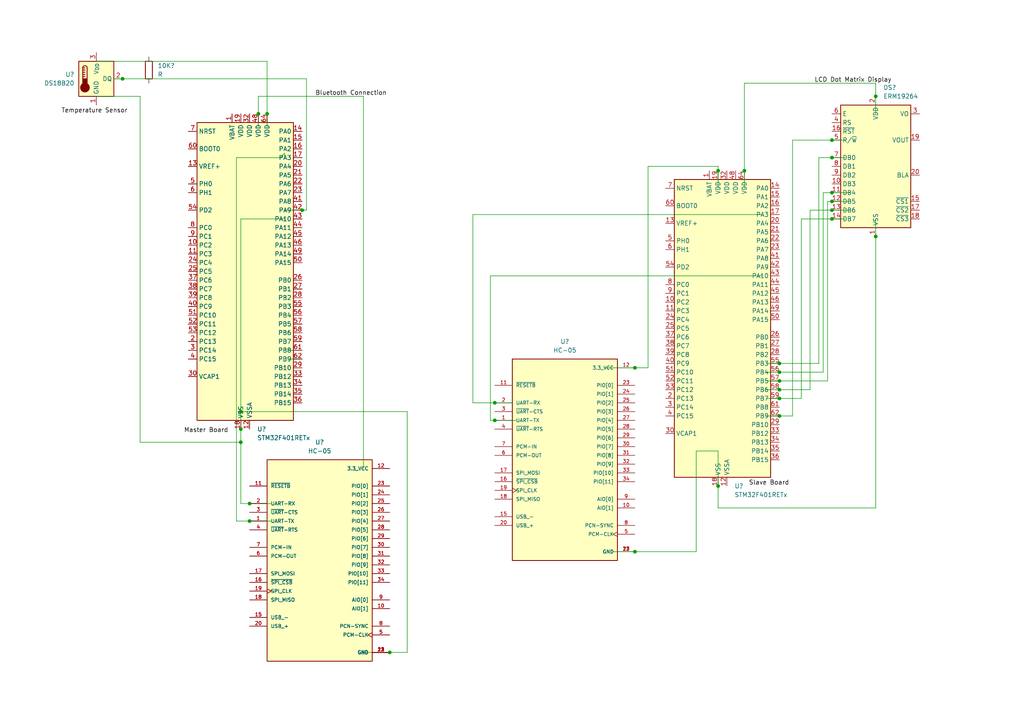
<source format=kicad_sch>
(kicad_sch (version 20231120) (generator "eeschema") (generator_version "8.0")
  (paper "A4")
  (lib_symbols
    (symbol "Device:R" (pin_numbers hide) (pin_names (offset 0))
      (property "Reference" "R" (at 2.032 0 90))
      (property "Value" "R" (at 0 0 90))
      (symbol "R_0_1"
        (rectangle (start -1.016 -2.54) (end 1.016 2.54) (stroke (width 0.254)))
      )
      (symbol "R_1_1"
        (pin passive line (at 0 3.81 270) (length 1.27) (name "~") (number "1"))
        (pin passive line (at 0 -3.81 90) (length 1.27) (name "~") (number "2"))
      )
    )
    (symbol "Display_Graphic:ERM19264"
      (property "Reference" "DS" (at -8.382 19.05 0))
      (property "Value" "ERM19264" (at 5.588 19.05 0))
      (symbol "ERM19264_0_0"
        (pin input line (at 12.7 -15.24 180) (length 2.54) (name "~{CS3}") (number "18"))
      )
      (symbol "ERM19264_0_1"
        (rectangle (start -10.16 17.78) (end 10.16 -17.78) (stroke (width 0.254)) (fill (type background)))
      )
      (symbol "ERM19264_1_1"
        (pin power_in line (at 0 -20.32 90) (length 2.54) (name "VSS") (number "1"))
        (pin bidirectional line (at -12.7 -5.08 0) (length 2.54) (name "DB3") (number "10"))
        (pin bidirectional line (at -12.7 -7.62 0) (length 2.54) (name "DB4") (number "11"))
        (pin bidirectional line (at -12.7 -10.16 0) (length 2.54) (name "DB5") (number "12"))
        (pin bidirectional line (at -12.7 -12.7 0) (length 2.54) (name "DB6") (number "13"))
        (pin bidirectional line (at -12.7 -15.24 0) (length 2.54) (name "DB7") (number "14"))
        (pin input line (at 12.7 -10.16 180) (length 2.54) (name "~{CS1}") (number "15"))
        (pin input line (at -12.7 10.16 0) (length 2.54) (name "~{RST}") (number "16"))
        (pin input line (at 12.7 -12.7 180) (length 2.54) (name "~{CS2}") (number "17"))
        (pin passive line (at 12.7 7.62 180) (length 2.54) (name "VOUT") (number "19"))
        (pin power_in line (at 0 20.32 270) (length 2.54) (name "VDD") (number "2"))
        (pin passive line (at 12.7 -2.54 180) (length 2.54) (name "BLA") (number "20"))
        (pin passive line (at 12.7 15.24 180) (length 2.54) (name "VO") (number "3"))
        (pin input line (at -12.7 12.7 0) (length 2.54) (name "RS") (number "4"))
        (pin input line (at -12.7 7.62 0) (length 2.54) (name "R/~{W}") (number "5"))
        (pin input line (at -12.7 15.24 0) (length 2.54) (name "E") (number "6"))
        (pin bidirectional line (at -12.7 2.54 0) (length 2.54) (name "DB0") (number "7"))
        (pin bidirectional line (at -12.7 0 0) (length 2.54) (name "DB1") (number "8"))
        (pin bidirectional line (at -12.7 -2.54 0) (length 2.54) (name "DB2") (number "9"))
      )
    )
    (symbol "HC-05:HC-05" (pin_names (offset 1.016))
      (property "Reference" "U" (at -15.24 31.115 0))
      (property "Value" "HC-05" (at -15.24 -30.48 0))
      (symbol "HC-05_0_0"
        (rectangle (start -15.24 -27.94) (end 15.24 30.48) (stroke (width 0.254)) (fill (type background)))
        (pin output line (at -20.32 12.7 0) (length 5.08) (name "UART-TX") (number "1"))
        (pin bidirectional line (at 20.32 -12.7 180) (length 5.08) (name "AIO[1]") (number "10"))
        (pin input line (at -20.32 22.86 0) (length 5.08) (name "~{RESETB}") (number "11"))
        (pin power_in line (at 20.32 27.94 180) (length 5.08) (name "3.3_VCC") (number "12"))
        (pin power_in line (at 20.32 -25.4 180) (length 5.08) (name "GND") (number "13"))
        (pin bidirectional line (at -20.32 -15.24 0) (length 5.08) (name "USB_-") (number "15"))
        (pin input line (at -20.32 -5.08 0) (length 5.08) (name "~{SPI_CSB}") (number "16"))
        (pin input line (at -20.32 -2.54 0) (length 5.08) (name "SPI_MOSI") (number "17"))
        (pin output line (at -20.32 -10.16 0) (length 5.08) (name "SPI_MISO") (number "18"))
        (pin input clock (at -20.32 -7.62 0) (length 5.08) (name "SPI_CLK") (number "19"))
        (pin input line (at -20.32 17.78 0) (length 5.08) (name "UART-RX") (number "2"))
        (pin bidirectional line (at -20.32 -17.78 0) (length 5.08) (name "USB_+") (number "20"))
        (pin power_in line (at 20.32 -25.4 180) (length 5.08) (name "GND") (number "21"))
        (pin power_in line (at 20.32 -25.4 180) (length 5.08) (name "GND") (number "22"))
        (pin bidirectional line (at 20.32 22.86 180) (length 5.08) (name "PIO[0]") (number "23"))
        (pin bidirectional line (at 20.32 20.32 180) (length 5.08) (name "PIO[1]") (number "24"))
        (pin bidirectional line (at 20.32 17.78 180) (length 5.08) (name "PIO[2]") (number "25"))
        (pin bidirectional line (at 20.32 15.24 180) (length 5.08) (name "PIO[3]") (number "26"))
        (pin bidirectional line (at 20.32 12.7 180) (length 5.08) (name "PIO[4]") (number "27"))
        (pin bidirectional line (at 20.32 10.16 180) (length 5.08) (name "PIO[5]") (number "28"))
        (pin bidirectional line (at 20.32 7.62 180) (length 5.08) (name "PIO[6]") (number "29"))
        (pin input line (at -20.32 15.24 0) (length 5.08) (name "~{UART}-CTS") (number "3"))
        (pin bidirectional line (at 20.32 5.08 180) (length 5.08) (name "PIO[7]") (number "30"))
        (pin bidirectional line (at 20.32 2.54 180) (length 5.08) (name "PIO[8]") (number "31"))
        (pin bidirectional line (at 20.32 0 180) (length 5.08) (name "PIO[9]") (number "32"))
        (pin bidirectional line (at 20.32 -2.54 180) (length 5.08) (name "PIO[10]") (number "33"))
        (pin bidirectional line (at 20.32 -5.08 180) (length 5.08) (name "PIO[11]") (number "34"))
        (pin output line (at -20.32 10.16 0) (length 5.08) (name "~{UART}-RTS") (number "4"))
        (pin bidirectional clock (at 20.32 -20.32 180) (length 5.08) (name "PCM-CLK") (number "5"))
        (pin output line (at -20.32 2.54 0) (length 5.08) (name "PCM-OUT") (number "6"))
        (pin input line (at -20.32 5.08 0) (length 5.08) (name "PCM-IN") (number "7"))
        (pin bidirectional line (at 20.32 -17.78 180) (length 5.08) (name "PCN-SYNC") (number "8"))
        (pin bidirectional line (at 20.32 -10.16 180) (length 5.08) (name "AIO[0]") (number "9"))
      )
    )
    (symbol "MCU_ST_STM32F4:STM32F401RETx"
      (property "Reference" "U" (at -12.7 44.45 0))
      (property "Value" "STM32F401RETx" (at 10.16 44.45 0))
      (symbol "STM32F401RETx_0_1"
        (rectangle (start -12.7 -43.18) (end 15.24 43.18) (stroke (width 0.254)) (fill (type background)))
      )
      (symbol "STM32F401RETx_1_1"
        (pin power_in line (at -2.54 45.72 270) (length 2.54) (name "VBAT") (number "1"))
        (pin bidirectional line (at -15.24 7.62 0) (length 2.54) (name "PC2") (number "10"))
        (pin bidirectional line (at -15.24 5.08 0) (length 2.54) (name "PC3") (number "11"))
        (pin power_in line (at 2.54 -45.72 90) (length 2.54) (name "VSSA") (number "12"))
        (pin input line (at -15.24 30.48 0) (length 2.54) (name "VREF+") (number "13"))
        (pin bidirectional line (at 17.78 40.64 180) (length 2.54) (name "PA0") (number "14"))
        (pin bidirectional line (at 17.78 38.1 180) (length 2.54) (name "PA1") (number "15"))
        (pin bidirectional line (at 17.78 35.56 180) (length 2.54) (name "PA2") (number "16"))
        (pin bidirectional line (at 17.78 33.02 180) (length 2.54) (name "PA3") (number "17"))
        (pin power_in line (at 0 -45.72 90) (length 2.54) (name "VSS") (number "18"))
        (pin power_in line (at 0 45.72 270) (length 2.54) (name "VDD") (number "19"))
        (pin bidirectional line (at -15.24 -20.32 0) (length 2.54) (name "PC13") (number "2"))
        (pin bidirectional line (at 17.78 30.48 180) (length 2.54) (name "PA4") (number "20"))
        (pin bidirectional line (at 17.78 27.94 180) (length 2.54) (name "PA5") (number "21"))
        (pin bidirectional line (at 17.78 25.4 180) (length 2.54) (name "PA6") (number "22"))
        (pin bidirectional line (at 17.78 22.86 180) (length 2.54) (name "PA7") (number "23"))
        (pin bidirectional line (at -15.24 2.54 0) (length 2.54) (name "PC4") (number "24"))
        (pin bidirectional line (at -15.24 0 0) (length 2.54) (name "PC5") (number "25"))
        (pin bidirectional line (at 17.78 -2.54 180) (length 2.54) (name "PB0") (number "26"))
        (pin bidirectional line (at 17.78 -5.08 180) (length 2.54) (name "PB1") (number "27"))
        (pin bidirectional line (at 17.78 -7.62 180) (length 2.54) (name "PB2") (number "28"))
        (pin bidirectional line (at 17.78 -27.94 180) (length 2.54) (name "PB10") (number "29"))
        (pin bidirectional line (at -15.24 -22.86 0) (length 2.54) (name "PC14") (number "3"))
        (pin power_out line (at -15.24 -30.48 0) (length 2.54) (name "VCAP1") (number "30"))
        (pin passive line (at 0 -45.72 90) (length 2.54) hide (name "VSS") (number "31"))
        (pin power_in line (at 2.54 45.72 270) (length 2.54) (name "VDD") (number "32"))
        (pin bidirectional line (at 17.78 -30.48 180) (length 2.54) (name "PB12") (number "33"))
        (pin bidirectional line (at 17.78 -33.02 180) (length 2.54) (name "PB13") (number "34"))
        (pin bidirectional line (at 17.78 -35.56 180) (length 2.54) (name "PB14") (number "35"))
        (pin bidirectional line (at 17.78 -38.1 180) (length 2.54) (name "PB15") (number "36"))
        (pin bidirectional line (at -15.24 -2.54 0) (length 2.54) (name "PC6") (number "37"))
        (pin bidirectional line (at -15.24 -5.08 0) (length 2.54) (name "PC7") (number "38"))
        (pin bidirectional line (at -15.24 -7.62 0) (length 2.54) (name "PC8") (number "39"))
        (pin bidirectional line (at -15.24 -25.4 0) (length 2.54) (name "PC15") (number "4"))
        (pin bidirectional line (at -15.24 -10.16 0) (length 2.54) (name "PC9") (number "40"))
        (pin bidirectional line (at 17.78 20.32 180) (length 2.54) (name "PA8") (number "41"))
        (pin bidirectional line (at 17.78 17.78 180) (length 2.54) (name "PA9") (number "42"))
        (pin bidirectional line (at 17.78 15.24 180) (length 2.54) (name "PA10") (number "43"))
        (pin bidirectional line (at 17.78 12.7 180) (length 2.54) (name "PA11") (number "44"))
        (pin bidirectional line (at 17.78 10.16 180) (length 2.54) (name "PA12") (number "45"))
        (pin bidirectional line (at 17.78 7.62 180) (length 2.54) (name "PA13") (number "46"))
        (pin passive line (at 0 -45.72 90) (length 2.54) hide (name "VSS") (number "47"))
        (pin power_in line (at 5.08 45.72 270) (length 2.54) (name "VDD") (number "48"))
        (pin bidirectional line (at 17.78 5.08 180) (length 2.54) (name "PA14") (number "49"))
        (pin bidirectional line (at -15.24 25.4 0) (length 2.54) (name "PH0") (number "5"))
        (pin bidirectional line (at 17.78 2.54 180) (length 2.54) (name "PA15") (number "50"))
        (pin bidirectional line (at -15.24 -12.7 0) (length 2.54) (name "PC10") (number "51"))
        (pin bidirectional line (at -15.24 -15.24 0) (length 2.54) (name "PC11") (number "52"))
        (pin bidirectional line (at -15.24 -17.78 0) (length 2.54) (name "PC12") (number "53"))
        (pin bidirectional line (at -15.24 17.78 0) (length 2.54) (name "PD2") (number "54"))
        (pin bidirectional line (at 17.78 -10.16 180) (length 2.54) (name "PB3") (number "55"))
        (pin bidirectional line (at 17.78 -12.7 180) (length 2.54) (name "PB4") (number "56"))
        (pin bidirectional line (at 17.78 -15.24 180) (length 2.54) (name "PB5") (number "57"))
        (pin bidirectional line (at 17.78 -17.78 180) (length 2.54) (name "PB6") (number "58"))
        (pin bidirectional line (at 17.78 -20.32 180) (length 2.54) (name "PB7") (number "59"))
        (pin bidirectional line (at -15.24 22.86 0) (length 2.54) (name "PH1") (number "6"))
        (pin input line (at -15.24 35.56 0) (length 2.54) (name "BOOT0") (number "60"))
        (pin bidirectional line (at 17.78 -22.86 180) (length 2.54) (name "PB8") (number "61"))
        (pin bidirectional line (at 17.78 -25.4 180) (length 2.54) (name "PB9") (number "62"))
        (pin passive line (at 0 -45.72 90) (length 2.54) hide (name "VSS") (number "63"))
        (pin power_in line (at 7.62 45.72 270) (length 2.54) (name "VDD") (number "64"))
        (pin input line (at -15.24 40.64 0) (length 2.54) (name "NRST") (number "7"))
        (pin bidirectional line (at -15.24 12.7 0) (length 2.54) (name "PC0") (number "8"))
        (pin bidirectional line (at -15.24 10.16 0) (length 2.54) (name "PC1") (number "9"))
      )
    )
    (symbol "Sensor_Temperature:DS18B20"
      (property "Reference" "U" (at -3.81 6.35 0))
      (property "Value" "DS18B20" (at 6.35 6.35 0))
      (symbol "DS18B20_0_1"
        (rectangle (start -5.08 5.08) (end 5.08 -5.08) (stroke (width 0.254)) (fill (type background)))
        (circle (center -3.302 -2.54) (radius 1.27) (stroke (width 0.254)) (fill (type outline)))
        (rectangle (start -2.667 -1.905) (end -3.937 0) (stroke (width 0.254)) (fill (type outline)))
        (arc (start -2.667 3.175) (mid -3.302 3.8073) (end -3.937 3.175) (stroke (width 0.254)))
        (polyline (pts (xy -3.937 0.635) (xy -3.302 0.635)) (stroke (width 0.254)))
        (polyline (pts (xy -3.937 1.27) (xy -3.302 1.27)) (stroke (width 0.254)))
        (polyline (pts (xy -3.937 1.905) (xy -3.302 1.905)) (stroke (width 0.254)))
        (polyline (pts (xy -3.937 2.54) (xy -3.302 2.54)) (stroke (width 0.254)))
        (polyline (pts (xy -3.937 3.175) (xy -3.937 0)) (stroke (width 0.254)))
        (polyline (pts (xy -3.937 3.175) (xy -3.302 3.175)) (stroke (width 0.254)))
        (polyline (pts (xy -2.667 3.175) (xy -2.667 0)) (stroke (width 0.254)))
      )
      (symbol "DS18B20_1_1"
        (pin power_in line (at 0 -7.62 90) (length 2.54) (name "GND") (number "1"))
        (pin bidirectional line (at 7.62 0 180) (length 2.54) (name "DQ") (number "2"))
        (pin power_in line (at 0 7.62 270) (length 2.54) (name "V_{DD}") (number "3"))
      )
    )
  )
  (junction (at 226.06 113.03))
  (junction (at 226.06 105.41))
  (junction (at 226.06 110.49))
  (junction (at 208.28 140.97))
  (junction (at 241.3 40.64))
  (junction (at 69.85 128.27))
  (junction (at 184.15 160.02))
  (junction (at 72.39 146.05))
  (junction (at 72.39 151.13))
  (junction (at 77.47 33.02))
  (junction (at 226.06 115.57))
  (junction (at 241.3 58.42))
  (junction (at 241.3 45.72))
  (junction (at 241.3 55.88))
  (junction (at 69.85 119.38))
  (junction (at 113.03 189.23))
  (junction (at 143.51 121.92))
  (junction (at 143.51 116.84))
  (junction (at 208.28 49.53))
  (junction (at 241.3 63.5))
  (junction (at 226.06 107.95))
  (junction (at 184.15 106.68))
  (junction (at 241.3 60.96))
  (junction (at 254 68.58))
  (junction (at 74.93 33.02))
  (junction (at 87.63 60.96))
  (junction (at 215.9 49.53))
  (junction (at 35.56 22.86))
  (junction (at 254 27.94))
  (junction (at 226.06 120.65))
  (junction (at 69.85 124.46))
  (wire (pts (xy 226.06 110.49) (xy 240.03 110.49)))
  (wire (pts (xy 226.06 113.03) (xy 234.95 113.03)))
  (wire (pts (xy 105.41 189.23) (xy 113.03 189.23)))
  (wire (pts (xy 238.76 107.95) (xy 238.76 55.88)))
  (wire (pts (xy 184.15 106.68) (xy 187.96 106.68)))
  (wire (pts (xy 234.95 113.03) (xy 234.95 60.96)))
  (wire (pts (xy 187.96 106.68) (xy 187.96 48.26)))
  (wire (pts (xy 83.82 101.6) (xy 87.63 101.6)))
  (wire (pts (xy 208.28 137.16) (xy 208.28 140.97)))
  (wire (pts (xy 241.3 60.96) (xy 246.38 60.96)))
  (wire (pts (xy 215.9 24.13) (xy 254 24.13)))
  (wire (pts (xy 232.41 115.57) (xy 232.41 63.5)))
  (wire (pts (xy 142.24 80.01) (xy 220.98 80.01)))
  (wire (pts (xy 229.87 40.64) (xy 241.3 40.64)))
  (wire (pts (xy 78.74 151.13) (xy 72.39 151.13)))
  (wire (pts (xy 27.94 27.94) (xy 40.64 27.94)))
  (wire (pts (xy 142.24 121.92) (xy 143.51 121.92)))
  (wire (pts (xy 226.06 107.95) (xy 238.76 107.95)))
  (wire (pts (xy 113.03 189.23) (xy 118.11 189.23)))
  (wire (pts (xy 229.87 120.65) (xy 229.87 40.64)))
  (wire (pts (xy 177.8 160.02) (xy 184.15 160.02)))
  (wire (pts (xy 77.47 33.02) (xy 77.47 36.83)))
  (wire (pts (xy 72.39 151.13) (xy 68.58 151.13)))
  (wire (pts (xy 118.11 119.38) (xy 118.11 189.23)))
  (wire (pts (xy 208.28 48.26) (xy 208.28 49.53)))
  (wire (pts (xy 208.28 140.97) (xy 208.28 147.32)))
  (wire (pts (xy 72.39 146.05) (xy 78.74 146.05)))
  (wire (pts (xy 215.9 54.61) (xy 215.9 49.53)))
  (wire (pts (xy 74.93 33.02) (xy 74.93 36.83)))
  (wire (pts (xy 222.25 113.03) (xy 226.06 113.03)))
  (wire (pts (xy 175.26 106.68) (xy 184.15 106.68)))
  (wire (pts (xy 201.93 130.81) (xy 208.28 130.81)))
  (wire (pts (xy 40.64 27.94) (xy 40.64 128.27)))
  (wire (pts (xy 27.94 17.78) (xy 77.47 17.78)))
  (wire (pts (xy 222.25 107.95) (xy 226.06 107.95)))
  (wire (pts (xy 208.28 130.81) (xy 208.28 135.89)))
  (wire (pts (xy 222.25 120.65) (xy 226.06 120.65)))
  (wire (pts (xy 69.85 63.5) (xy 82.55 63.5)))
  (wire (pts (xy 88.9 22.86) (xy 88.9 60.96)))
  (wire (pts (xy 137.16 62.23) (xy 220.98 62.23)))
  (wire (pts (xy 33.02 22.86) (xy 35.56 22.86)))
  (wire (pts (xy 74.93 27.94) (xy 105.41 27.94)))
  (wire (pts (xy 77.47 17.78) (xy 77.47 33.02)))
  (wire (pts (xy 68.58 45.72) (xy 68.58 151.13)))
  (wire (pts (xy 69.85 119.38) (xy 69.85 124.46)))
  (wire (pts (xy 241.3 45.72) (xy 245.11 45.72)))
  (wire (pts (xy 40.64 128.27) (xy 69.85 128.27)))
  (wire (pts (xy 82.55 44.45) (xy 82.55 45.72)))
  (wire (pts (xy 137.16 62.23) (xy 137.16 116.84)))
  (wire (pts (xy 254 68.58) (xy 254 147.32)))
  (wire (pts (xy 215.9 49.53) (xy 215.9 24.13)))
  (wire (pts (xy 82.55 60.96) (xy 87.63 60.96)))
  (wire (pts (xy 69.85 119.38) (xy 118.11 119.38)))
  (wire (pts (xy 87.63 60.96) (xy 88.9 60.96)))
  (wire (pts (xy 241.3 58.42) (xy 246.38 58.42)))
  (wire (pts (xy 143.51 121.92) (xy 149.86 121.92)))
  (wire (pts (xy 254 24.13) (xy 254 27.94)))
  (wire (pts (xy 241.3 55.88) (xy 246.38 55.88)))
  (wire (pts (xy 254 63.5) (xy 254 68.58)))
  (wire (pts (xy 232.41 63.5) (xy 241.3 63.5)))
  (wire (pts (xy 105.41 27.94) (xy 105.41 135.89)))
  (wire (pts (xy 226.06 120.65) (xy 229.87 120.65)))
  (wire (pts (xy 74.93 27.94) (xy 74.93 33.02)))
  (wire (pts (xy 184.15 160.02) (xy 201.93 160.02)))
  (wire (pts (xy 69.85 63.5) (xy 69.85 119.38)))
  (wire (pts (xy 238.76 55.88) (xy 241.3 55.88)))
  (wire (pts (xy 69.85 146.05) (xy 72.39 146.05)))
  (wire (pts (xy 81.28 45.72) (xy 82.55 44.45)))
  (wire (pts (xy 83.82 104.14) (xy 87.63 104.14)))
  (wire (pts (xy 208.28 49.53) (xy 208.28 54.61)))
  (wire (pts (xy 35.56 22.86) (xy 88.9 22.86)))
  (wire (pts (xy 254 27.94) (xy 254 33.02)))
  (wire (pts (xy 222.25 105.41) (xy 226.06 105.41)))
  (wire (pts (xy 237.49 105.41) (xy 237.49 45.72)))
  (wire (pts (xy 254 147.32) (xy 208.28 147.32)))
  (wire (pts (xy 226.06 115.57) (xy 232.41 115.57)))
  (wire (pts (xy 69.85 128.27) (xy 69.85 146.05)))
  (wire (pts (xy 201.93 130.81) (xy 201.93 160.02)))
  (wire (pts (xy 143.51 116.84) (xy 148.59 116.84)))
  (wire (pts (xy 222.25 110.49) (xy 226.06 110.49)))
  (wire (pts (xy 234.95 60.96) (xy 241.3 60.96)))
  (wire (pts (xy 240.03 110.49) (xy 240.03 58.42)))
  (wire (pts (xy 241.3 40.64) (xy 245.11 40.64)))
  (wire (pts (xy 69.85 124.46) (xy 69.85 128.27)))
  (wire (pts (xy 222.25 115.57) (xy 226.06 115.57)))
  (wire (pts (xy 68.58 45.72) (xy 81.28 45.72)))
  (wire (pts (xy 241.3 63.5) (xy 245.11 63.5)))
  (wire (pts (xy 240.03 58.42) (xy 241.3 58.42)))
  (wire (pts (xy 187.96 48.26) (xy 208.28 48.26)))
  (wire (pts (xy 142.24 80.01) (xy 142.24 121.92)))
  (wire (pts (xy 137.16 116.84) (xy 143.51 116.84)))
  (wire (pts (xy 226.06 105.41) (xy 237.49 105.41)))
  (wire (pts (xy 237.49 45.72) (xy 241.3 45.72)))
  (label "Master Board" (at 53.34 125.73 0))
  (label "Slave Board" (at 217.17 140.97 0))
  (label "Bluetooth Connection" (at 91.44 27.94 0))
  (label "LCD Dot Matrix Display" (at 236.22 24.13 0))
  (label "Temperature Sensor" (at 17.78 33.02 0))
  (symbol (lib_id "Sensor_Temperature:DS18B20") (at 27.94 22.86 0) (unit 1)
    (property "Reference" "U?" (at 21.59 21.5899 0) (effects (justify right)))
    (property "Value" "DS18B20" (at 21.59 24.1299 0) (effects (justify right)))
    (property "Footprint" "Package_TO_SOT_THT:TO-92_Inline" (effects (hide yes)))
    (property "Datasheet" "http://datasheets.maximintegrated.com/en/ds/DS18B20.pdf" (effects (hide yes)))
    (property "Description" "Programmable Resolution 1-Wire Digital Thermometer TO-92" (effects (hide yes)))
  )
  (symbol (lib_id "MCU_ST_STM32F4:STM32F401RETx") (at 69.85 78.74 0) (unit 1)
    (property "Reference" "U?" (at 74.5841 124.46 0) (effects (justify left)))
    (property "Value" "STM32F401RETx" (at 74.5841 127 0) (effects (justify left)))
    (property "Footprint" "Package_QFP:LQFP-64_10x10mm_P0.5mm" (effects (hide yes)))
    (property "Datasheet" "https://www.st.com/resource/en/datasheet/stm32f401re.pdf" (effects (hide yes)))
    (property "Description" "STMicroelectronics Arm Cortex-M4 MCU, 512KB flash, 96KB RAM, 84 MHz, 1.7-3.6V, 50 GPIO, LQFP64" (effects (hide yes)))
  )
  (symbol (lib_id "Device:R") (at 43.18 20.32 0) (unit 1)
    (property "Reference" "10K?" (at 45.72 19.0499 0) (effects (justify left)))
    (property "Value" "R" (at 45.72 21.5899 0) (effects (justify left)))
    (property "Description" "Resistor" (effects (hide yes)))
  )
  (symbol (lib_id "MCU_ST_STM32F4:STM32F401RETx") (at 208.28 95.25 0) (unit 1)
    (property "Reference" "U?" (at 213.0141 140.97 0) (effects (justify left)))
    (property "Value" "STM32F401RETx" (at 213.0141 143.51 0) (effects (justify left)))
    (property "Footprint" "Package_QFP:LQFP-64_10x10mm_P0.5mm" (effects (hide yes)))
    (property "Datasheet" "https://www.st.com/resource/en/datasheet/stm32f401re.pdf" (effects (hide yes)))
    (property "Description" "STMicroelectronics Arm Cortex-M4 MCU, 512KB flash, 96KB RAM, 84 MHz, 1.7-3.6V, 50 GPIO, LQFP64" (effects (hide yes)))
  )
  (symbol (lib_id "Display_Graphic:ERM19264") (at 254 48.26 0) (unit 1)
    (property "Reference" "DS?" (at 256.1941 25.4 0) (effects (justify left)))
    (property "Value" "ERM19264" (at 256.1941 27.94 0) (effects (justify left)))
    (property "Footprint" "Display:ERM19264" (effects (hide yes)))
    (property "Datasheet" "https://www.buydisplay.com/download/manual/ERM19264-1_Series_Datasheet.pdf" (effects (hide yes)))
    (property "Description" "Graphics Display 192x64px,  8b parallel, 1/64 Duty, 3.3V or 5V VDD" (effects (hide yes)))
  )
  (symbol (lib_id "HC-05:HC-05") (at 92.71 163.83 0) (unit 1)
    (property "Reference" "U?" (at 92.71 128.27 0))
    (property "Value" "HC-05" (at 92.71 130.81 0))
    (property "Footprint" "HC-05:XCVR_HC-05" (effects (hide yes)))
    (property "MF" "ITead Studio" (effects (hide yes)))
    (property "Description_1" "\n                        \n                            Bluetooth to Serial Port Module\n                        \n" (effects (hide yes)))
    (property "Package" "Module ITead Studio" (effects (hide yes)))
    (property "Price" "None" (effects (hide yes)))
    (property "STANDARD" "Manufacturer Recommendations" (effects (hide yes)))
    (property "PARTREV" "v1.0" (effects (hide yes)))
    (property "SnapEDA_Link" "https://www.snapeda.com/parts/HC-05/ITead+Studio/view-part/?ref=snap" (effects (hide yes)))
    (property "MP" "HC-05" (effects (hide yes)))
    (property "Availability" "Not in stock" (effects (hide yes)))
    (property "Check_prices" "https://www.snapeda.com/parts/HC-05/ITead+Studio/view-part/?ref=eda" (effects (hide yes)))
  )
  (symbol (lib_id "HC-05:HC-05") (at 163.83 134.62 0) (unit 1)
    (property "Reference" "U?" (at 163.83 99.06 0))
    (property "Value" "HC-05" (at 163.83 101.6 0))
    (property "Footprint" "HC-05:XCVR_HC-05" (effects (hide yes)))
    (property "MF" "ITead Studio" (effects (hide yes)))
    (property "Description_1" "\n                        \n                            Bluetooth to Serial Port Module\n                        \n" (effects (hide yes)))
    (property "Package" "Module ITead Studio" (effects (hide yes)))
    (property "Price" "None" (effects (hide yes)))
    (property "STANDARD" "Manufacturer Recommendations" (effects (hide yes)))
    (property "PARTREV" "v1.0" (effects (hide yes)))
    (property "SnapEDA_Link" "https://www.snapeda.com/parts/HC-05/ITead+Studio/view-part/?ref=snap" (effects (hide yes)))
    (property "MP" "HC-05" (effects (hide yes)))
    (property "Availability" "Not in stock" (effects (hide yes)))
    (property "Check_prices" "https://www.snapeda.com/parts/HC-05/ITead+Studio/view-part/?ref=eda" (effects (hide yes)))
  )
)
</source>
